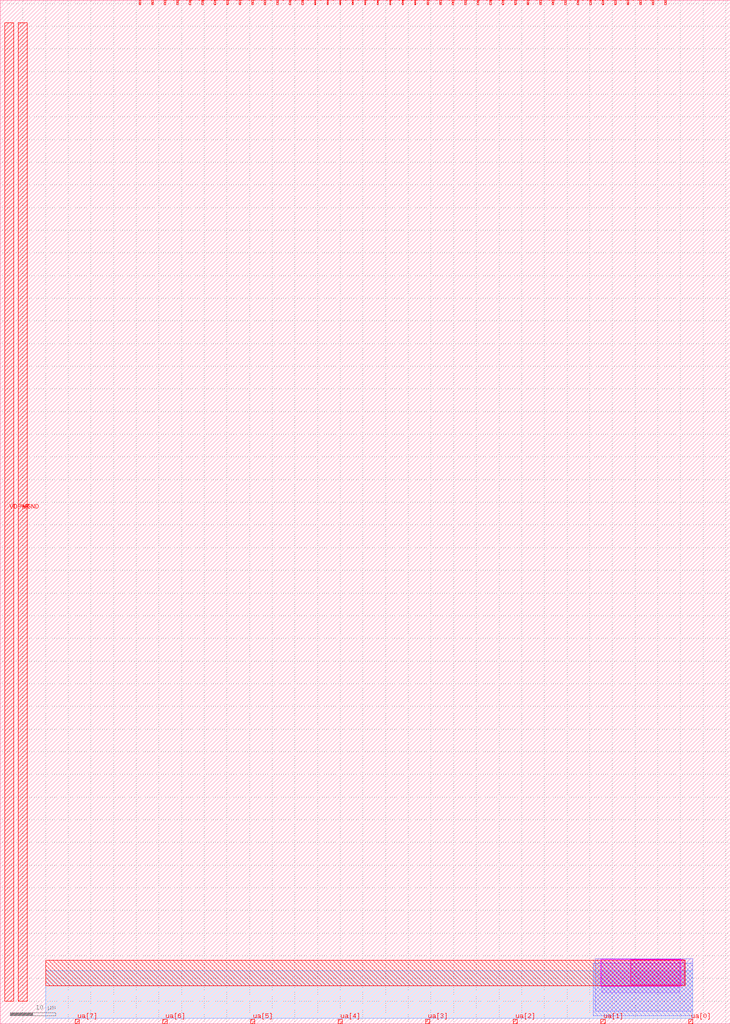
<source format=lef>
VERSION 5.7 ;
  NOWIREEXTENSIONATPIN ON ;
  DIVIDERCHAR "/" ;
  BUSBITCHARS "[]" ;
MACRO tt_um_test_commit
  CLASS BLOCK ;
  FOREIGN tt_um_test_commit ;
  ORIGIN 0.000 0.000 ;
  SIZE 161.000 BY 225.760 ;
  PIN clk
    DIRECTION INPUT ;
    USE SIGNAL ;
    PORT
      LAYER met4 ;
        RECT 143.830 224.760 144.130 225.760 ;
    END
  END clk
  PIN ena
    DIRECTION INPUT ;
    USE SIGNAL ;
    PORT
      LAYER met4 ;
        RECT 146.590 224.760 146.890 225.760 ;
    END
  END ena
  PIN rst_n
    DIRECTION INPUT ;
    USE SIGNAL ;
    PORT
      LAYER met4 ;
        RECT 141.070 224.760 141.370 225.760 ;
    END
  END rst_n
  PIN ua[0]
    DIRECTION INOUT ;
    USE SIGNAL ;
    PORT
      LAYER met4 ;
        RECT 151.810 0.000 152.710 1.000 ;
    END
  END ua[0]
  PIN ua[1]
    DIRECTION INOUT ;
    USE SIGNAL ;
    PORT
      LAYER met4 ;
        RECT 132.490 0.000 133.390 1.000 ;
    END
  END ua[1]
  PIN ua[2]
    DIRECTION INOUT ;
    USE SIGNAL ;
    PORT
      LAYER met4 ;
        RECT 113.170 0.000 114.070 1.000 ;
    END
  END ua[2]
  PIN ua[3]
    DIRECTION INOUT ;
    USE SIGNAL ;
    PORT
      LAYER met4 ;
        RECT 93.850 0.000 94.750 1.000 ;
    END
  END ua[3]
  PIN ua[4]
    DIRECTION INOUT ;
    USE SIGNAL ;
    PORT
      LAYER met4 ;
        RECT 74.530 0.000 75.430 1.000 ;
    END
  END ua[4]
  PIN ua[5]
    DIRECTION INOUT ;
    USE SIGNAL ;
    PORT
      LAYER met4 ;
        RECT 55.210 0.000 56.110 1.000 ;
    END
  END ua[5]
  PIN ua[6]
    DIRECTION INOUT ;
    USE SIGNAL ;
    PORT
      LAYER met4 ;
        RECT 35.890 0.000 36.790 1.000 ;
    END
  END ua[6]
  PIN ua[7]
    DIRECTION INOUT ;
    USE SIGNAL ;
    PORT
      LAYER met4 ;
        RECT 16.570 0.000 17.470 1.000 ;
    END
  END ua[7]
  PIN ui_in[0]
    DIRECTION INPUT ;
    USE SIGNAL ;
    PORT
      LAYER met4 ;
        RECT 138.310 224.760 138.610 225.760 ;
    END
  END ui_in[0]
  PIN ui_in[1]
    DIRECTION INPUT ;
    USE SIGNAL ;
    PORT
      LAYER met4 ;
        RECT 135.550 224.760 135.850 225.760 ;
    END
  END ui_in[1]
  PIN ui_in[2]
    DIRECTION INPUT ;
    USE SIGNAL ;
    PORT
      LAYER met4 ;
        RECT 132.790 224.760 133.090 225.760 ;
    END
  END ui_in[2]
  PIN ui_in[3]
    DIRECTION INPUT ;
    USE SIGNAL ;
    PORT
      LAYER met4 ;
        RECT 130.030 224.760 130.330 225.760 ;
    END
  END ui_in[3]
  PIN ui_in[4]
    DIRECTION INPUT ;
    USE SIGNAL ;
    PORT
      LAYER met4 ;
        RECT 127.270 224.760 127.570 225.760 ;
    END
  END ui_in[4]
  PIN ui_in[5]
    DIRECTION INPUT ;
    USE SIGNAL ;
    PORT
      LAYER met4 ;
        RECT 124.510 224.760 124.810 225.760 ;
    END
  END ui_in[5]
  PIN ui_in[6]
    DIRECTION INPUT ;
    USE SIGNAL ;
    PORT
      LAYER met4 ;
        RECT 121.750 224.760 122.050 225.760 ;
    END
  END ui_in[6]
  PIN ui_in[7]
    DIRECTION INPUT ;
    USE SIGNAL ;
    PORT
      LAYER met4 ;
        RECT 118.990 224.760 119.290 225.760 ;
    END
  END ui_in[7]
  PIN uio_in[0]
    DIRECTION INPUT ;
    USE SIGNAL ;
    PORT
      LAYER met4 ;
        RECT 116.230 224.760 116.530 225.760 ;
    END
  END uio_in[0]
  PIN uio_in[1]
    DIRECTION INPUT ;
    USE SIGNAL ;
    PORT
      LAYER met4 ;
        RECT 113.470 224.760 113.770 225.760 ;
    END
  END uio_in[1]
  PIN uio_in[2]
    DIRECTION INPUT ;
    USE SIGNAL ;
    PORT
      LAYER met4 ;
        RECT 110.710 224.760 111.010 225.760 ;
    END
  END uio_in[2]
  PIN uio_in[3]
    DIRECTION INPUT ;
    USE SIGNAL ;
    PORT
      LAYER met4 ;
        RECT 107.950 224.760 108.250 225.760 ;
    END
  END uio_in[3]
  PIN uio_in[4]
    DIRECTION INPUT ;
    USE SIGNAL ;
    PORT
      LAYER met4 ;
        RECT 105.190 224.760 105.490 225.760 ;
    END
  END uio_in[4]
  PIN uio_in[5]
    DIRECTION INPUT ;
    USE SIGNAL ;
    PORT
      LAYER met4 ;
        RECT 102.430 224.760 102.730 225.760 ;
    END
  END uio_in[5]
  PIN uio_in[6]
    DIRECTION INPUT ;
    USE SIGNAL ;
    PORT
      LAYER met4 ;
        RECT 99.670 224.760 99.970 225.760 ;
    END
  END uio_in[6]
  PIN uio_in[7]
    DIRECTION INPUT ;
    USE SIGNAL ;
    PORT
      LAYER met4 ;
        RECT 96.910 224.760 97.210 225.760 ;
    END
  END uio_in[7]
  PIN uio_oe[0]
    DIRECTION OUTPUT ;
    USE SIGNAL ;
    PORT
      LAYER met4 ;
        RECT 49.990 224.760 50.290 225.760 ;
    END
  END uio_oe[0]
  PIN uio_oe[1]
    DIRECTION OUTPUT ;
    USE SIGNAL ;
    PORT
      LAYER met4 ;
        RECT 47.230 224.760 47.530 225.760 ;
    END
  END uio_oe[1]
  PIN uio_oe[2]
    DIRECTION OUTPUT ;
    USE SIGNAL ;
    PORT
      LAYER met4 ;
        RECT 44.470 224.760 44.770 225.760 ;
    END
  END uio_oe[2]
  PIN uio_oe[3]
    DIRECTION OUTPUT ;
    USE SIGNAL ;
    PORT
      LAYER met4 ;
        RECT 41.710 224.760 42.010 225.760 ;
    END
  END uio_oe[3]
  PIN uio_oe[4]
    DIRECTION OUTPUT ;
    USE SIGNAL ;
    PORT
      LAYER met4 ;
        RECT 38.950 224.760 39.250 225.760 ;
    END
  END uio_oe[4]
  PIN uio_oe[5]
    DIRECTION OUTPUT ;
    USE SIGNAL ;
    PORT
      LAYER met4 ;
        RECT 36.190 224.760 36.490 225.760 ;
    END
  END uio_oe[5]
  PIN uio_oe[6]
    DIRECTION OUTPUT ;
    USE SIGNAL ;
    PORT
      LAYER met4 ;
        RECT 33.430 224.760 33.730 225.760 ;
    END
  END uio_oe[6]
  PIN uio_oe[7]
    DIRECTION OUTPUT ;
    USE SIGNAL ;
    PORT
      LAYER met4 ;
        RECT 30.670 224.760 30.970 225.760 ;
    END
  END uio_oe[7]
  PIN uio_out[0]
    DIRECTION OUTPUT ;
    USE SIGNAL ;
    PORT
      LAYER met4 ;
        RECT 72.070 224.760 72.370 225.760 ;
    END
  END uio_out[0]
  PIN uio_out[1]
    DIRECTION OUTPUT ;
    USE SIGNAL ;
    PORT
      LAYER met4 ;
        RECT 69.310 224.760 69.610 225.760 ;
    END
  END uio_out[1]
  PIN uio_out[2]
    DIRECTION OUTPUT ;
    USE SIGNAL ;
    PORT
      LAYER met4 ;
        RECT 66.550 224.760 66.850 225.760 ;
    END
  END uio_out[2]
  PIN uio_out[3]
    DIRECTION OUTPUT ;
    USE SIGNAL ;
    PORT
      LAYER met4 ;
        RECT 63.790 224.760 64.090 225.760 ;
    END
  END uio_out[3]
  PIN uio_out[4]
    DIRECTION OUTPUT ;
    USE SIGNAL ;
    PORT
      LAYER met4 ;
        RECT 61.030 224.760 61.330 225.760 ;
    END
  END uio_out[4]
  PIN uio_out[5]
    DIRECTION OUTPUT ;
    USE SIGNAL ;
    PORT
      LAYER met4 ;
        RECT 58.270 224.760 58.570 225.760 ;
    END
  END uio_out[5]
  PIN uio_out[6]
    DIRECTION OUTPUT ;
    USE SIGNAL ;
    PORT
      LAYER met4 ;
        RECT 55.510 224.760 55.810 225.760 ;
    END
  END uio_out[6]
  PIN uio_out[7]
    DIRECTION OUTPUT ;
    USE SIGNAL ;
    PORT
      LAYER met4 ;
        RECT 52.750 224.760 53.050 225.760 ;
    END
  END uio_out[7]
  PIN uo_out[0]
    DIRECTION OUTPUT ;
    USE SIGNAL ;
    PORT
      LAYER met4 ;
        RECT 94.150 224.760 94.450 225.760 ;
    END
  END uo_out[0]
  PIN uo_out[1]
    DIRECTION OUTPUT ;
    USE SIGNAL ;
    PORT
      LAYER met4 ;
        RECT 91.390 224.760 91.690 225.760 ;
    END
  END uo_out[1]
  PIN uo_out[2]
    DIRECTION OUTPUT ;
    USE SIGNAL ;
    PORT
      LAYER met4 ;
        RECT 88.630 224.760 88.930 225.760 ;
    END
  END uo_out[2]
  PIN uo_out[3]
    DIRECTION OUTPUT ;
    USE SIGNAL ;
    PORT
      LAYER met4 ;
        RECT 85.870 224.760 86.170 225.760 ;
    END
  END uo_out[3]
  PIN uo_out[4]
    DIRECTION OUTPUT ;
    USE SIGNAL ;
    PORT
      LAYER met4 ;
        RECT 83.110 224.760 83.410 225.760 ;
    END
  END uo_out[4]
  PIN uo_out[5]
    DIRECTION OUTPUT ;
    USE SIGNAL ;
    PORT
      LAYER met4 ;
        RECT 80.350 224.760 80.650 225.760 ;
    END
  END uo_out[5]
  PIN uo_out[6]
    DIRECTION OUTPUT ;
    USE SIGNAL ;
    PORT
      LAYER met4 ;
        RECT 77.590 224.760 77.890 225.760 ;
    END
  END uo_out[6]
  PIN uo_out[7]
    DIRECTION OUTPUT ;
    USE SIGNAL ;
    PORT
      LAYER met4 ;
        RECT 74.830 224.760 75.130 225.760 ;
    END
  END uo_out[7]
  PIN VDPWR
    DIRECTION INOUT ;
    USE POWER ;
    PORT
      LAYER met4 ;
        RECT 1.000 5.000 3.000 220.760 ;
    END
  END VDPWR
  PIN VGND
    DIRECTION INOUT ;
    USE GROUND ;
    PORT
      LAYER met4 ;
        RECT 4.000 5.000 6.000 220.760 ;
    END
  END VGND
  OBS
      LAYER nwell ;
        RECT 132.420 8.220 150.035 14.245 ;
      LAYER li1 ;
        RECT 132.660 6.865 149.855 14.320 ;
      LAYER met1 ;
        RECT 131.175 2.760 152.740 14.320 ;
      LAYER met2 ;
        RECT 130.805 1.720 152.730 13.315 ;
      LAYER met3 ;
        RECT 9.990 1.190 152.710 11.645 ;
      LAYER met4 ;
        RECT 9.990 8.370 151.045 14.030 ;
      LAYER met5 ;
        RECT 139.025 8.590 150.825 14.150 ;
  END
END tt_um_test_commit
END LIBRARY


</source>
